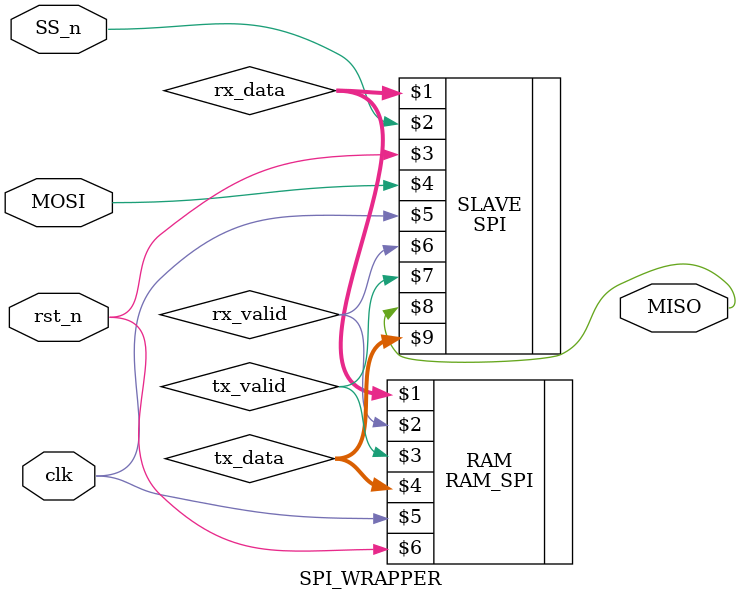
<source format=v>
module SPI_WRAPPER (MOSI,MISO,SS_n,clk,rst_n);
input MOSI,SS_n,clk,rst_n;
output MISO;
wire tx_valid;
wire rx_valid;
wire [9:0] rx_data;
wire [7:0] tx_data;
RAM_SPI RAM(rx_data,rx_valid,tx_valid,tx_data,clk,rst_n);
SPI SLAVE(rx_data,SS_n,rst_n,MOSI,clk,rx_valid,tx_valid,MISO,tx_data);
endmodule
</source>
